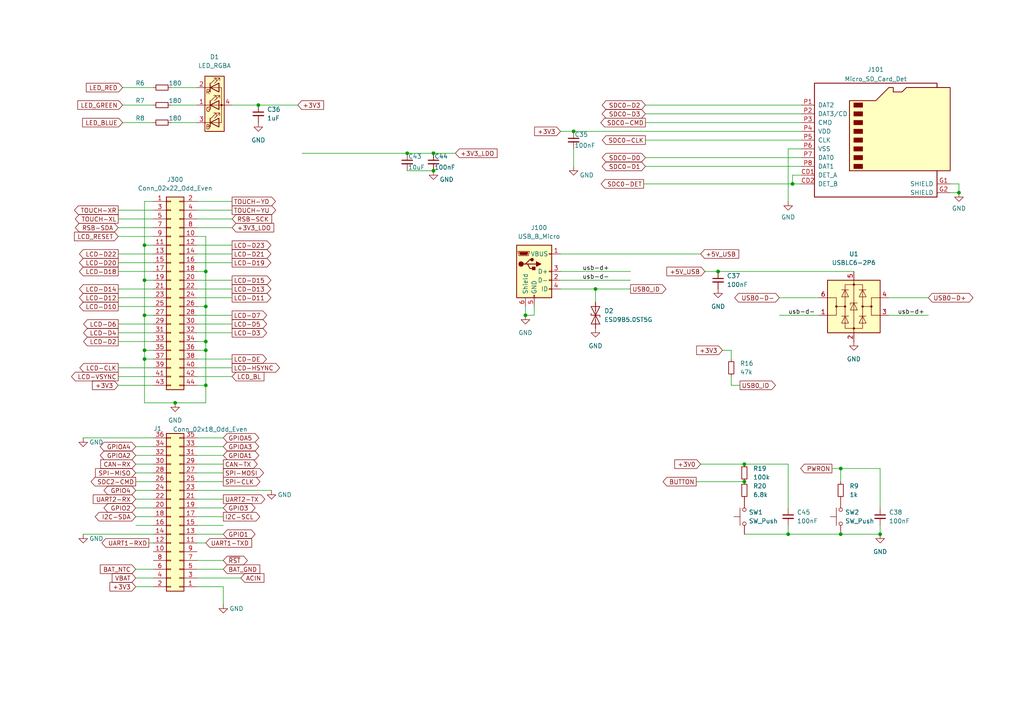
<source format=kicad_sch>
(kicad_sch (version 20230121) (generator eeschema)
  (paper "A4")
  (lib_symbols
    (symbol "Connector:USB_B_Micro" (pin_names (offset 1.016))
      (property "Reference" "J" (at -5.08 11.43 0))
      (property "Value" "USB_B_Micro" (at -5.08 8.89 0))
      (symbol "USB_B_Micro_0_1"
        (rectangle (start -5.08 -7.62) (end 5.08 7.62) (stroke (width 0.254)) (fill (type background)))
        (circle (center -3.81 2.159) (radius 0.635) (stroke (width 0.254)) (fill (type outline)))
        (circle (center -0.635 3.429) (radius 0.381) (stroke (width 0.254)) (fill (type outline)))
        (rectangle (start -0.127 -7.62) (end 0.127 -6.858))
        (polyline (pts (xy -1.905 2.159) (xy 0.635 2.159)) (stroke (width 0.254)))
        (polyline (pts (xy -3.175 2.159) (xy -2.54 2.159) (xy -1.27 3.429) (xy -0.635 3.429)) (stroke (width 0.254)))
        (polyline (pts (xy -2.54 2.159) (xy -1.905 2.159) (xy -1.27 0.889) (xy 0 0.889)) (stroke (width 0.254)))
        (polyline (pts (xy 0.635 2.794) (xy 0.635 1.524) (xy 1.905 2.159) (xy 0.635 2.794)) (stroke (width 0.254)) (fill (type outline)))
        (polyline (pts (xy -4.318 5.588) (xy -1.778 5.588) (xy -2.032 4.826) (xy -4.064 4.826) (xy -4.318 5.588)) (fill (type outline)))
        (polyline (pts (xy -4.699 5.842) (xy -4.699 5.588) (xy -4.445 4.826) (xy -4.445 4.572) (xy -1.651 4.572) (xy -1.651 4.826) (xy -1.397 5.588) (xy -1.397 5.842) (xy -4.699 5.842)))
        (rectangle (start 0.254 1.27) (end -0.508 0.508) (stroke (width 0.254)) (fill (type outline)))
        (rectangle (start 5.08 -5.207) (end 4.318 -4.953))
        (rectangle (start 5.08 -2.667) (end 4.318 -2.413))
        (rectangle (start 5.08 -0.127) (end 4.318 0.127))
        (rectangle (start 5.08 4.953) (end 4.318 5.207))
      )
      (symbol "USB_B_Micro_1_1"
        (pin power_out line (at 7.62 5.08 180) (length 2.54) (name "VBUS") (number "1"))
        (pin bidirectional line (at 7.62 -2.54 180) (length 2.54) (name "D-") (number "2"))
        (pin bidirectional line (at 7.62 0 180) (length 2.54) (name "D+") (number "3"))
        (pin passive line (at 7.62 -5.08 180) (length 2.54) (name "ID") (number "4"))
        (pin power_out line (at 0 -10.16 90) (length 2.54) (name "GND") (number "5"))
        (pin passive line (at -2.54 -10.16 90) (length 2.54) (name "Shield") (number "6"))
      )
    )
    (symbol "Connector_Generic:Conn_02x18_Odd_Even" (pin_names (offset 1.016) hide)
      (property "Reference" "J" (at 1.27 22.86 0))
      (property "Value" "Conn_02x18_Odd_Even" (at 1.27 -25.4 0))
      (symbol "Conn_02x18_Odd_Even_1_1"
        (rectangle (start -1.27 -22.733) (end 0 -22.987) (stroke (width 0.1524)))
        (rectangle (start -1.27 -20.193) (end 0 -20.447) (stroke (width 0.1524)))
        (rectangle (start -1.27 -17.653) (end 0 -17.907) (stroke (width 0.1524)))
        (rectangle (start -1.27 -15.113) (end 0 -15.367) (stroke (width 0.1524)))
        (rectangle (start -1.27 -12.573) (end 0 -12.827) (stroke (width 0.1524)))
        (rectangle (start -1.27 -10.033) (end 0 -10.287) (stroke (width 0.1524)))
        (rectangle (start -1.27 -7.493) (end 0 -7.747) (stroke (width 0.1524)))
        (rectangle (start -1.27 -4.953) (end 0 -5.207) (stroke (width 0.1524)))
        (rectangle (start -1.27 -2.413) (end 0 -2.667) (stroke (width 0.1524)))
        (rectangle (start -1.27 0.127) (end 0 -0.127) (stroke (width 0.1524)))
        (rectangle (start -1.27 2.667) (end 0 2.413) (stroke (width 0.1524)))
        (rectangle (start -1.27 5.207) (end 0 4.953) (stroke (width 0.1524)))
        (rectangle (start -1.27 7.747) (end 0 7.493) (stroke (width 0.1524)))
        (rectangle (start -1.27 10.287) (end 0 10.033) (stroke (width 0.1524)))
        (rectangle (start -1.27 12.827) (end 0 12.573) (stroke (width 0.1524)))
        (rectangle (start -1.27 15.367) (end 0 15.113) (stroke (width 0.1524)))
        (rectangle (start -1.27 17.907) (end 0 17.653) (stroke (width 0.1524)))
        (rectangle (start -1.27 20.447) (end 0 20.193) (stroke (width 0.1524)))
        (rectangle (start -1.27 21.59) (end 3.81 -24.13) (stroke (width 0.254)) (fill (type background)))
        (rectangle (start 3.81 -22.733) (end 2.54 -22.987) (stroke (width 0.1524)))
        (rectangle (start 3.81 -20.193) (end 2.54 -20.447) (stroke (width 0.1524)))
        (rectangle (start 3.81 -17.653) (end 2.54 -17.907) (stroke (width 0.1524)))
        (rectangle (start 3.81 -15.113) (end 2.54 -15.367) (stroke (width 0.1524)))
        (rectangle (start 3.81 -12.573) (end 2.54 -12.827) (stroke (width 0.1524)))
        (rectangle (start 3.81 -10.033) (end 2.54 -10.287) (stroke (width 0.1524)))
        (rectangle (start 3.81 -7.493) (end 2.54 -7.747) (stroke (width 0.1524)))
        (rectangle (start 3.81 -4.953) (end 2.54 -5.207) (stroke (width 0.1524)))
        (rectangle (start 3.81 -2.413) (end 2.54 -2.667) (stroke (width 0.1524)))
        (rectangle (start 3.81 0.127) (end 2.54 -0.127) (stroke (width 0.1524)))
        (rectangle (start 3.81 2.667) (end 2.54 2.413) (stroke (width 0.1524)))
        (rectangle (start 3.81 5.207) (end 2.54 4.953) (stroke (width 0.1524)))
        (rectangle (start 3.81 7.747) (end 2.54 7.493) (stroke (width 0.1524)))
        (rectangle (start 3.81 10.287) (end 2.54 10.033) (stroke (width 0.1524)))
        (rectangle (start 3.81 12.827) (end 2.54 12.573) (stroke (width 0.1524)))
        (rectangle (start 3.81 15.367) (end 2.54 15.113) (stroke (width 0.1524)))
        (rectangle (start 3.81 17.907) (end 2.54 17.653) (stroke (width 0.1524)))
        (rectangle (start 3.81 20.447) (end 2.54 20.193) (stroke (width 0.1524)))
        (pin passive line (at -5.08 20.32 0) (length 3.81) (name "Pin_1") (number "1"))
        (pin passive line (at 7.62 10.16 180) (length 3.81) (name "Pin_10") (number "10"))
        (pin passive line (at -5.08 7.62 0) (length 3.81) (name "Pin_11") (number "11"))
        (pin passive line (at 7.62 7.62 180) (length 3.81) (name "Pin_12") (number "12"))
        (pin passive line (at -5.08 5.08 0) (length 3.81) (name "Pin_13") (number "13"))
        (pin passive line (at 7.62 5.08 180) (length 3.81) (name "Pin_14") (number "14"))
        (pin passive line (at -5.08 2.54 0) (length 3.81) (name "Pin_15") (number "15"))
        (pin passive line (at 7.62 2.54 180) (length 3.81) (name "Pin_16") (number "16"))
        (pin passive line (at -5.08 0 0) (length 3.81) (name "Pin_17") (number "17"))
        (pin passive line (at 7.62 0 180) (length 3.81) (name "Pin_18") (number "18"))
        (pin passive line (at -5.08 -2.54 0) (length 3.81) (name "Pin_19") (number "19"))
        (pin passive line (at 7.62 20.32 180) (length 3.81) (name "Pin_2") (number "2"))
        (pin passive line (at 7.62 -2.54 180) (length 3.81) (name "Pin_20") (number "20"))
        (pin passive line (at -5.08 -5.08 0) (length 3.81) (name "Pin_21") (number "21"))
        (pin passive line (at 7.62 -5.08 180) (length 3.81) (name "Pin_22") (number "22"))
        (pin passive line (at -5.08 -7.62 0) (length 3.81) (name "Pin_23") (number "23"))
        (pin passive line (at 7.62 -7.62 180) (length 3.81) (name "Pin_24") (number "24"))
        (pin passive line (at -5.08 -10.16 0) (length 3.81) (name "Pin_25") (number "25"))
        (pin passive line (at 7.62 -10.16 180) (length 3.81) (name "Pin_26") (number "26"))
        (pin passive line (at -5.08 -12.7 0) (length 3.81) (name "Pin_27") (number "27"))
        (pin passive line (at 7.62 -12.7 180) (length 3.81) (name "Pin_28") (number "28"))
        (pin passive line (at -5.08 -15.24 0) (length 3.81) (name "Pin_29") (number "29"))
        (pin passive line (at -5.08 17.78 0) (length 3.81) (name "Pin_3") (number "3"))
        (pin passive line (at 7.62 -15.24 180) (length 3.81) (name "Pin_30") (number "30"))
        (pin passive line (at -5.08 -17.78 0) (length 3.81) (name "Pin_31") (number "31"))
        (pin passive line (at 7.62 -17.78 180) (length 3.81) (name "Pin_32") (number "32"))
        (pin passive line (at -5.08 -20.32 0) (length 3.81) (name "Pin_33") (number "33"))
        (pin passive line (at 7.62 -20.32 180) (length 3.81) (name "Pin_34") (number "34"))
        (pin passive line (at -5.08 -22.86 0) (length 3.81) (name "Pin_35") (number "35"))
        (pin passive line (at 7.62 -22.86 180) (length 3.81) (name "Pin_36") (number "36"))
        (pin passive line (at 7.62 17.78 180) (length 3.81) (name "Pin_4") (number "4"))
        (pin passive line (at -5.08 15.24 0) (length 3.81) (name "Pin_5") (number "5"))
        (pin passive line (at 7.62 15.24 180) (length 3.81) (name "Pin_6") (number "6"))
        (pin passive line (at -5.08 12.7 0) (length 3.81) (name "Pin_7") (number "7"))
        (pin passive line (at 7.62 12.7 180) (length 3.81) (name "Pin_8") (number "8"))
        (pin passive line (at -5.08 10.16 0) (length 3.81) (name "Pin_9") (number "9"))
      )
    )
    (symbol "Connector_Generic:Conn_02x22_Odd_Even" (pin_names (offset 1.016) hide)
      (property "Reference" "J" (at 1.27 27.94 0))
      (property "Value" "Conn_02x22_Odd_Even" (at 1.27 -30.48 0))
      (symbol "Conn_02x22_Odd_Even_1_1"
        (rectangle (start -1.27 -27.813) (end 0 -28.067) (stroke (width 0.1524)))
        (rectangle (start -1.27 -25.273) (end 0 -25.527) (stroke (width 0.1524)))
        (rectangle (start -1.27 -22.733) (end 0 -22.987) (stroke (width 0.1524)))
        (rectangle (start -1.27 -20.193) (end 0 -20.447) (stroke (width 0.1524)))
        (rectangle (start -1.27 -17.653) (end 0 -17.907) (stroke (width 0.1524)))
        (rectangle (start -1.27 -15.113) (end 0 -15.367) (stroke (width 0.1524)))
        (rectangle (start -1.27 -12.573) (end 0 -12.827) (stroke (width 0.1524)))
        (rectangle (start -1.27 -10.033) (end 0 -10.287) (stroke (width 0.1524)))
        (rectangle (start -1.27 -7.493) (end 0 -7.747) (stroke (width 0.1524)))
        (rectangle (start -1.27 -4.953) (end 0 -5.207) (stroke (width 0.1524)))
        (rectangle (start -1.27 -2.413) (end 0 -2.667) (stroke (width 0.1524)))
        (rectangle (start -1.27 0.127) (end 0 -0.127) (stroke (width 0.1524)))
        (rectangle (start -1.27 2.667) (end 0 2.413) (stroke (width 0.1524)))
        (rectangle (start -1.27 5.207) (end 0 4.953) (stroke (width 0.1524)))
        (rectangle (start -1.27 7.747) (end 0 7.493) (stroke (width 0.1524)))
        (rectangle (start -1.27 10.287) (end 0 10.033) (stroke (width 0.1524)))
        (rectangle (start -1.27 12.827) (end 0 12.573) (stroke (width 0.1524)))
        (rectangle (start -1.27 15.367) (end 0 15.113) (stroke (width 0.1524)))
        (rectangle (start -1.27 17.907) (end 0 17.653) (stroke (width 0.1524)))
        (rectangle (start -1.27 20.447) (end 0 20.193) (stroke (width 0.1524)))
        (rectangle (start -1.27 22.987) (end 0 22.733) (stroke (width 0.1524)))
        (rectangle (start -1.27 25.527) (end 0 25.273) (stroke (width 0.1524)))
        (rectangle (start -1.27 26.67) (end 3.81 -29.21) (stroke (width 0.254)) (fill (type background)))
        (rectangle (start 3.81 -27.813) (end 2.54 -28.067) (stroke (width 0.1524)))
        (rectangle (start 3.81 -25.273) (end 2.54 -25.527) (stroke (width 0.1524)))
        (rectangle (start 3.81 -22.733) (end 2.54 -22.987) (stroke (width 0.1524)))
        (rectangle (start 3.81 -20.193) (end 2.54 -20.447) (stroke (width 0.1524)))
        (rectangle (start 3.81 -17.653) (end 2.54 -17.907) (stroke (width 0.1524)))
        (rectangle (start 3.81 -15.113) (end 2.54 -15.367) (stroke (width 0.1524)))
        (rectangle (start 3.81 -12.573) (end 2.54 -12.827) (stroke (width 0.1524)))
        (rectangle (start 3.81 -10.033) (end 2.54 -10.287) (stroke (width 0.1524)))
        (rectangle (start 3.81 -7.493) (end 2.54 -7.747) (stroke (width 0.1524)))
        (rectangle (start 3.81 -4.953) (end 2.54 -5.207) (stroke (width 0.1524)))
        (rectangle (start 3.81 -2.413) (end 2.54 -2.667) (stroke (width 0.1524)))
        (rectangle (start 3.81 0.127) (end 2.54 -0.127) (stroke (width 0.1524)))
        (rectangle (start 3.81 2.667) (end 2.54 2.413) (stroke (width 0.1524)))
        (rectangle (start 3.81 5.207) (end 2.54 4.953) (stroke (width 0.1524)))
        (rectangle (start 3.81 7.747) (end 2.54 7.493) (stroke (width 0.1524)))
        (rectangle (start 3.81 10.287) (end 2.54 10.033) (stroke (width 0.1524)))
        (rectangle (start 3.81 12.827) (end 2.54 12.573) (stroke (width 0.1524)))
        (rectangle (start 3.81 15.367) (end 2.54 15.113) (stroke (width 0.1524)))
        (rectangle (start 3.81 17.907) (end 2.54 17.653) (stroke (width 0.1524)))
        (rectangle (start 3.81 20.447) (end 2.54 20.193) (stroke (width 0.1524)))
        (rectangle (start 3.81 22.987) (end 2.54 22.733) (stroke (width 0.1524)))
        (rectangle (start 3.81 25.527) (end 2.54 25.273) (stroke (width 0.1524)))
        (pin passive line (at -5.08 25.4 0) (length 3.81) (name "Pin_1") (number "1"))
        (pin passive line (at 7.62 15.24 180) (length 3.81) (name "Pin_10") (number "10"))
        (pin passive line (at -5.08 12.7 0) (length 3.81) (name "Pin_11") (number "11"))
        (pin passive line (at 7.62 12.7 180) (length 3.81) (name "Pin_12") (number "12"))
        (pin passive line (at -5.08 10.16 0) (length 3.81) (name "Pin_13") (number "13"))
        (pin passive line (at 7.62 10.16 180) (length 3.81) (name "Pin_14") (number "14"))
        (pin passive line (at -5.08 7.62 0) (length 3.81) (name "Pin_15") (number "15"))
        (pin passive line (at 7.62 7.62 180) (length 3.81) (name "Pin_16") (number "16"))
        (pin passive line (at -5.08 5.08 0) (length 3.81) (name "Pin_17") (number "17"))
        (pin passive line (at 7.62 5.08 180) (length 3.81) (name "Pin_18") (number "18"))
        (pin passive line (at -5.08 2.54 0) (length 3.81) (name "Pin_19") (number "19"))
        (pin passive line (at 7.62 25.4 180) (length 3.81) (name "Pin_2") (number "2"))
        (pin passive line (at 7.62 2.54 180) (length 3.81) (name "Pin_20") (number "20"))
        (pin passive line (at -5.08 0 0) (length 3.81) (name "Pin_21") (number "21"))
        (pin passive line (at 7.62 0 180) (length 3.81) (name "Pin_22") (number "22"))
        (pin passive line (at -5.08 -2.54 0) (length 3.81) (name "Pin_23") (number "23"))
        (pin passive line (at 7.62 -2.54 180) (length 3.81) (name "Pin_24") (number "24"))
        (pin passive line (at -5.08 -5.08 0) (length 3.81) (name "Pin_25") (number "25"))
        (pin passive line (at 7.62 -5.08 180) (length 3.81) (name "Pin_26") (number "26"))
        (pin passive line (at -5.08 -7.62 0) (length 3.81) (name "Pin_27") (number "27"))
        (pin passive line (at 7.62 -7.62 180) (length 3.81) (name "Pin_28") (number "28"))
        (pin passive line (at -5.08 -10.16 0) (length 3.81) (name "Pin_29") (number "29"))
        (pin passive line (at -5.08 22.86 0) (length 3.81) (name "Pin_3") (number "3"))
        (pin passive line (at 7.62 -10.16 180) (length 3.81) (name "Pin_30") (number "30"))
        (pin passive line (at -5.08 -12.7 0) (length 3.81) (name "Pin_31") (number "31"))
        (pin passive line (at 7.62 -12.7 180) (length 3.81) (name "Pin_32") (number "32"))
        (pin passive line (at -5.08 -15.24 0) (length 3.81) (name "Pin_33") (number "33"))
        (pin passive line (at 7.62 -15.24 180) (length 3.81) (name "Pin_34") (number "34"))
        (pin passive line (at -5.08 -17.78 0) (length 3.81) (name "Pin_35") (number "35"))
        (pin passive line (at 7.62 -17.78 180) (length 3.81) (name "Pin_36") (number "36"))
        (pin passive line (at -5.08 -20.32 0) (length 3.81) (name "Pin_37") (number "37"))
        (pin passive line (at 7.62 -20.32 180) (length 3.81) (name "Pin_38") (number "38"))
        (pin passive line (at -5.08 -22.86 0) (length 3.81) (name "Pin_39") (number "39"))
        (pin passive line (at 7.62 22.86 180) (length 3.81) (name "Pin_4") (number "4"))
        (pin passive line (at 7.62 -22.86 180) (length 3.81) (name "Pin_40") (number "40"))
        (pin passive line (at -5.08 -25.4 0) (length 3.81) (name "Pin_41") (number "41"))
        (pin passive line (at 7.62 -25.4 180) (length 3.81) (name "Pin_42") (number "42"))
        (pin passive line (at -5.08 -27.94 0) (length 3.81) (name "Pin_43") (number "43"))
        (pin passive line (at 7.62 -27.94 180) (length 3.81) (name "Pin_44") (number "44"))
        (pin passive line (at -5.08 20.32 0) (length 3.81) (name "Pin_5") (number "5"))
        (pin passive line (at 7.62 20.32 180) (length 3.81) (name "Pin_6") (number "6"))
        (pin passive line (at -5.08 17.78 0) (length 3.81) (name "Pin_7") (number "7"))
        (pin passive line (at 7.62 17.78 180) (length 3.81) (name "Pin_8") (number "8"))
        (pin passive line (at -5.08 15.24 0) (length 3.81) (name "Pin_9") (number "9"))
      )
    )
    (symbol "Device:C_Small" (pin_numbers hide) (pin_names (offset 0.254) hide)
      (property "Reference" "C" (at 0.254 1.778 0))
      (property "Value" "C_Small" (at 0.254 -2.032 0))
      (symbol "C_Small_0_1"
        (polyline (pts (xy -1.524 -0.508) (xy 1.524 -0.508)) (stroke (width 0.3302)))
        (polyline (pts (xy -1.524 0.508) (xy 1.524 0.508)) (stroke (width 0.3048)))
      )
      (symbol "C_Small_1_1"
        (pin passive line (at 0 2.54 270) (length 2.032) (name "~") (number "1"))
        (pin passive line (at 0 -2.54 90) (length 2.032) (name "~") (number "2"))
      )
    )
    (symbol "Device:LED_GRBA" (pin_names (offset 0) hide)
      (property "Reference" "D" (at 0 9.398 0))
      (property "Value" "LED_GRBA" (at 0 -8.89 0))
      (symbol "LED_GRBA_0_0"
        (text "B" (at -1.905 -6.35 0) (effects (font (size 1.27 1.27))))
        (text "G" (at -1.905 -1.27 0) (effects (font (size 1.27 1.27))))
        (text "R" (at -1.905 3.81 0) (effects (font (size 1.27 1.27))))
      )
      (symbol "LED_GRBA_0_1"
        (polyline (pts (xy -1.27 -5.08) (xy -2.54 -5.08)))
        (polyline (pts (xy -1.27 -5.08) (xy 1.27 -5.08)))
        (polyline (pts (xy -1.27 -3.81) (xy -1.27 -6.35)) (stroke (width 0.254)))
        (polyline (pts (xy -1.27 0) (xy -2.54 0)))
        (polyline (pts (xy -1.27 1.27) (xy -1.27 -1.27)) (stroke (width 0.254)))
        (polyline (pts (xy -1.27 5.08) (xy -2.54 5.08)))
        (polyline (pts (xy -1.27 5.08) (xy 1.27 5.08)))
        (polyline (pts (xy -1.27 6.35) (xy -1.27 3.81)) (stroke (width 0.254)))
        (polyline (pts (xy 1.27 0) (xy -1.27 0)))
        (polyline (pts (xy 1.27 0) (xy 2.54 0)))
        (polyline (pts (xy -1.27 1.27) (xy -1.27 -1.27) (xy -1.27 -1.27)))
        (polyline (pts (xy -1.27 6.35) (xy -1.27 3.81) (xy -1.27 3.81)))
        (polyline (pts (xy 1.27 -5.08) (xy 2.032 -5.08) (xy 2.032 5.08) (xy 1.27 5.08)))
        (polyline (pts (xy 1.27 -3.81) (xy 1.27 -6.35) (xy -1.27 -5.08) (xy 1.27 -3.81)) (stroke (width 0.254)))
        (polyline (pts (xy 1.27 1.27) (xy 1.27 -1.27) (xy -1.27 0) (xy 1.27 1.27)) (stroke (width 0.254)))
        (polyline (pts (xy 1.27 6.35) (xy 1.27 3.81) (xy -1.27 5.08) (xy 1.27 6.35)) (stroke (width 0.254)))
        (polyline (pts (xy -1.016 -3.81) (xy 0.508 -2.286) (xy -0.254 -2.286) (xy 0.508 -2.286) (xy 0.508 -3.048)))
        (polyline (pts (xy -1.016 1.27) (xy 0.508 2.794) (xy -0.254 2.794) (xy 0.508 2.794) (xy 0.508 2.032)))
        (polyline (pts (xy -1.016 6.35) (xy 0.508 7.874) (xy -0.254 7.874) (xy 0.508 7.874) (xy 0.508 7.112)))
        (polyline (pts (xy 0 -3.81) (xy 1.524 -2.286) (xy 0.762 -2.286) (xy 1.524 -2.286) (xy 1.524 -3.048)))
        (polyline (pts (xy 0 1.27) (xy 1.524 2.794) (xy 0.762 2.794) (xy 1.524 2.794) (xy 1.524 2.032)))
        (polyline (pts (xy 0 6.35) (xy 1.524 7.874) (xy 0.762 7.874) (xy 1.524 7.874) (xy 1.524 7.112)))
        (rectangle (start 1.27 -1.27) (end 1.27 1.27))
        (rectangle (start 1.27 1.27) (end 1.27 1.27))
        (rectangle (start 1.27 3.81) (end 1.27 6.35))
        (rectangle (start 1.27 6.35) (end 1.27 6.35))
        (circle (center 2.032 0) (radius 0.254) (fill (type outline)))
        (rectangle (start 2.794 8.382) (end -2.794 -7.62) (stroke (width 0.254)) (fill (type background)))
      )
      (symbol "LED_GRBA_1_1"
        (pin passive line (at -5.08 0 0) (length 2.54) (name "GK") (number "1"))
        (pin passive line (at -5.08 5.08 0) (length 2.54) (name "RK") (number "2"))
        (pin passive line (at -5.08 -5.08 0) (length 2.54) (name "BK") (number "3"))
        (pin passive line (at 5.08 0 180) (length 2.54) (name "A") (number "4"))
      )
    )
    (symbol "Device:R_Small" (pin_numbers hide) (pin_names (offset 0.254) hide)
      (property "Reference" "R" (at 0.762 0.508 0))
      (property "Value" "R_Small" (at 0.762 -1.016 0))
      (symbol "R_Small_0_1"
        (rectangle (start -0.762 1.778) (end 0.762 -1.778) (stroke (width 0.2032)))
      )
      (symbol "R_Small_1_1"
        (pin passive line (at 0 2.54 270) (length 0.762) (name "~") (number "1"))
        (pin passive line (at 0 -2.54 90) (length 0.762) (name "~") (number "2"))
      )
    )
    (symbol "Diode:ESD9B5.0ST5G" (pin_numbers hide) (pin_names (offset 1.016) hide)
      (property "Reference" "D" (at 0 2.54 0))
      (property "Value" "ESD9B5.0ST5G" (at 0 -2.54 0))
      (symbol "ESD9B5.0ST5G_0_1"
        (polyline (pts (xy 1.27 0) (xy -1.27 0)))
        (polyline (pts (xy -2.54 -1.27) (xy 0 0) (xy -2.54 1.27) (xy -2.54 -1.27)) (stroke (width 0.2032)))
        (polyline (pts (xy 0.508 1.27) (xy 0 1.27) (xy 0 -1.27) (xy -0.508 -1.27)) (stroke (width 0.2032)))
        (polyline (pts (xy 2.54 1.27) (xy 2.54 -1.27) (xy 0 0) (xy 2.54 1.27)) (stroke (width 0.2032)))
      )
      (symbol "ESD9B5.0ST5G_1_1"
        (pin passive line (at -3.81 0 0) (length 2.54) (name "A1") (number "1"))
        (pin passive line (at 3.81 0 180) (length 2.54) (name "A2") (number "2"))
      )
    )
    (symbol "Power_Protection:USBLC6-2P6" (pin_names hide)
      (property "Reference" "U" (at 2.54 8.89 0))
      (property "Value" "USBLC6-2P6" (at 2.54 -8.89 0))
      (symbol "USBLC6-2P6_0_1"
        (rectangle (start -7.62 -7.62) (end 7.62 7.62) (stroke (width 0.254)) (fill (type background)))
        (circle (center -5.08 0) (radius 0.254) (fill (type outline)))
        (circle (center -2.54 0) (radius 0.254) (fill (type outline)))
        (rectangle (start -2.54 6.35) (end 2.54 -6.35))
        (circle (center 0 -6.35) (radius 0.254) (fill (type outline)))
        (polyline (pts (xy -5.08 -2.54) (xy -7.62 -2.54)))
        (polyline (pts (xy -5.08 0) (xy -5.08 -2.54)))
        (polyline (pts (xy -5.08 2.54) (xy -7.62 2.54)))
        (polyline (pts (xy -1.524 -2.794) (xy -3.556 -2.794)))
        (polyline (pts (xy -1.524 4.826) (xy -3.556 4.826)))
        (polyline (pts (xy 0 -7.62) (xy 0 -6.35)))
        (polyline (pts (xy 0 -6.35) (xy 0 1.27)))
        (polyline (pts (xy 0 1.27) (xy 0 6.35)))
        (polyline (pts (xy 0 6.35) (xy 0 7.62)))
        (polyline (pts (xy 1.524 -2.794) (xy 3.556 -2.794)))
        (polyline (pts (xy 1.524 4.826) (xy 3.556 4.826)))
        (polyline (pts (xy 5.08 -2.54) (xy 7.62 -2.54)))
        (polyline (pts (xy 5.08 0) (xy 5.08 -2.54)))
        (polyline (pts (xy 5.08 2.54) (xy 7.62 2.54)))
        (polyline (pts (xy -2.54 0) (xy -5.08 0) (xy -5.08 2.54)))
        (polyline (pts (xy 2.54 0) (xy 5.08 0) (xy 5.08 2.54)))
        (polyline (pts (xy -3.556 -4.826) (xy -1.524 -4.826) (xy -2.54 -2.794) (xy -3.556 -4.826)))
        (polyline (pts (xy -3.556 2.794) (xy -1.524 2.794) (xy -2.54 4.826) (xy -3.556 2.794)))
        (polyline (pts (xy -1.016 -1.016) (xy 1.016 -1.016) (xy 0 1.016) (xy -1.016 -1.016)))
        (polyline (pts (xy 1.016 1.016) (xy 0.762 1.016) (xy -1.016 1.016) (xy -1.016 0.508)))
        (polyline (pts (xy 3.556 -4.826) (xy 1.524 -4.826) (xy 2.54 -2.794) (xy 3.556 -4.826)))
        (polyline (pts (xy 3.556 2.794) (xy 1.524 2.794) (xy 2.54 4.826) (xy 3.556 2.794)))
        (circle (center 0 6.35) (radius 0.254) (fill (type outline)))
        (circle (center 2.54 0) (radius 0.254) (fill (type outline)))
        (circle (center 5.08 0) (radius 0.254) (fill (type outline)))
      )
      (symbol "USBLC6-2P6_1_1"
        (pin passive line (at -10.16 -2.54 0) (length 2.54) (name "I/O1") (number "1"))
        (pin passive line (at 0 -10.16 90) (length 2.54) (name "GND") (number "2"))
        (pin passive line (at 10.16 -2.54 180) (length 2.54) (name "I/O2") (number "3"))
        (pin passive line (at 10.16 2.54 180) (length 2.54) (name "I/O2") (number "4"))
        (pin passive line (at 0 10.16 270) (length 2.54) (name "VBUS") (number "5"))
        (pin passive line (at -10.16 2.54 0) (length 2.54) (name "I/O1") (number "6"))
      )
    )
    (symbol "Switch:SW_Push" (pin_numbers hide) (pin_names (offset 1.016) hide)
      (property "Reference" "SW" (at 1.27 2.54 0))
      (property "Value" "SW_Push" (at 0 -1.524 0))
      (symbol "SW_Push_0_1"
        (circle (center -2.032 0) (radius 0.508))
        (polyline (pts (xy 0 1.27) (xy 0 3.048)))
        (polyline (pts (xy 2.54 1.27) (xy -2.54 1.27)))
        (circle (center 2.032 0) (radius 0.508))
        (pin passive line (at -5.08 0 0) (length 2.54) (name "1") (number "1"))
        (pin passive line (at 5.08 0 180) (length 2.54) (name "2") (number "2"))
      )
    )
    (symbol "gct:Micro_SD_Card_Det" (pin_names (offset 1.016))
      (property "Reference" "J" (at -16.51 17.78 0))
      (property "Value" "Micro_SD_Card_Det" (at 16.51 17.78 0))
      (symbol "Micro_SD_Card_Det_0_1"
        (rectangle (start -7.62 -6.985) (end -5.08 -8.255) (fill (type outline)))
        (rectangle (start -7.62 -4.445) (end -5.08 -5.715) (fill (type outline)))
        (rectangle (start -7.62 -1.905) (end -5.08 -3.175) (fill (type outline)))
        (rectangle (start -7.62 0.635) (end -5.08 -0.635) (fill (type outline)))
        (rectangle (start -7.62 3.175) (end -5.08 1.905) (fill (type outline)))
        (rectangle (start -7.62 5.715) (end -5.08 4.445) (fill (type outline)))
        (rectangle (start -7.62 8.255) (end -5.08 6.985) (fill (type outline)))
        (rectangle (start -7.62 10.795) (end -5.08 9.525) (fill (type outline)))
        (polyline (pts (xy 16.51 15.24) (xy 16.51 16.51) (xy -19.05 16.51) (xy -19.05 -16.51) (xy 16.51 -16.51) (xy 16.51 -8.89)) (stroke (width 0.254)))
        (polyline (pts (xy -8.89 -8.89) (xy -8.89 11.43) (xy -1.27 11.43) (xy 2.54 15.24) (xy 3.81 15.24) (xy 3.81 13.97) (xy 6.35 13.97) (xy 7.62 15.24) (xy 20.32 15.24) (xy 20.32 -8.89) (xy -8.89 -8.89)) (stroke (width 0.254)) (fill (type background)))
      )
      (symbol "Micro_SD_Card_Det_1_1"
        (pin passive line (at -22.86 -10.16 0) (length 3.81) (name "DET_A") (number "CD1"))
        (pin passive line (at -22.86 -12.7 0) (length 3.81) (name "DET_B") (number "CD2"))
        (pin passive line (at 20.32 -12.7 180) (length 3.81) (name "SHIELD") (number "G1"))
        (pin passive line (at 20.32 -15.24 180) (length 3.81) (name "SHIELD") (number "G2"))
        (pin bidirectional line (at -22.86 10.16 0) (length 3.81) (name "DAT2") (number "P1"))
        (pin bidirectional line (at -22.86 7.62 0) (length 3.81) (name "DAT3/CD") (number "P2"))
        (pin input line (at -22.86 5.08 0) (length 3.81) (name "CMD") (number "P3"))
        (pin power_in line (at -22.86 2.54 0) (length 3.81) (name "VDD") (number "P4"))
        (pin input line (at -22.86 0 0) (length 3.81) (name "CLK") (number "P5"))
        (pin power_in line (at -22.86 -2.54 0) (length 3.81) (name "VSS") (number "P6"))
        (pin bidirectional line (at -22.86 -5.08 0) (length 3.81) (name "DAT0") (number "P7"))
        (pin bidirectional line (at -22.86 -7.62 0) (length 3.81) (name "DAT1") (number "P8"))
      )
    )
    (symbol "power:GND" (power) (pin_names (offset 0))
      (property "Value" "GND" (at 0 -3.81 0))
      (symbol "GND_0_1"
        (polyline (pts (xy 0 0) (xy 0 -1.27) (xy 1.27 -1.27) (xy 0 -2.54) (xy -1.27 -1.27) (xy 0 -1.27)))
      )
      (symbol "GND_1_1"
        (pin power_in line (at 0 0 270) (length 0) hide (name "GND") (number "1"))
      )
    )
  )
  (junction (at 215.9 139.7))
  (junction (at 125.73 49.53))
  (junction (at 243.84 154.94))
  (junction (at 59.69 88.9))
  (junction (at 118.11 44.45))
  (junction (at 59.69 111.76))
  (junction (at 172.72 83.82))
  (junction (at 41.91 71.12))
  (junction (at 59.69 78.74))
  (junction (at 229.87 53.34) (diameter 0.9144))
  (junction (at 59.69 101.6))
  (junction (at 243.84 135.89))
  (junction (at 228.6 154.94))
  (junction (at 125.73 44.45))
  (junction (at 41.91 101.6))
  (junction (at 215.9 134.62))
  (junction (at 41.91 104.14))
  (junction (at 255.27 154.94))
  (junction (at 166.37 38.1) (diameter 0.9144))
  (junction (at 41.91 91.44))
  (junction (at 59.69 99.06))
  (junction (at 278.13 55.88) (diameter 0.9144))
  (junction (at 208.28 78.74))
  (junction (at 50.8 116.84))
  (junction (at 152.4 91.44))
  (junction (at 74.93 30.48))
  (junction (at 41.91 81.28))
  (wire (pts (xy 212.09 104.14) (xy 212.09 101.6)))
  (wire (pts (xy 57.15 154.94) (xy 64.77 154.94)))
  (wire (pts (xy 39.37 137.16) (xy 44.45 137.16)))
  (wire (pts (xy 59.69 99.06) (xy 59.69 101.6)))
  (wire (pts (xy 67.31 30.48) (xy 74.93 30.48)))
  (wire (pts (xy 186.69 53.34) (xy 229.87 53.34)))
  (wire (pts (xy 39.37 142.24) (xy 44.45 142.24)))
  (wire (pts (xy 204.47 78.74) (xy 208.28 78.74)))
  (wire (pts (xy 39.37 144.78) (xy 44.45 144.78)))
  (wire (pts (xy 243.84 135.89) (xy 255.27 135.89)))
  (wire (pts (xy 212.09 111.76) (xy 212.09 109.22)))
  (wire (pts (xy 34.29 63.5) (xy 44.45 63.5)))
  (wire (pts (xy 166.37 38.1) (xy 232.41 38.1)))
  (wire (pts (xy 57.15 144.78) (xy 64.77 144.78)))
  (wire (pts (xy 57.15 139.7) (xy 64.77 139.7)))
  (wire (pts (xy 34.29 106.68) (xy 44.45 106.68)))
  (wire (pts (xy 41.91 81.28) (xy 41.91 91.44)))
  (wire (pts (xy 232.41 50.8) (xy 229.87 50.8)))
  (wire (pts (xy 57.15 129.54) (xy 64.77 129.54)))
  (wire (pts (xy 87.63 44.45) (xy 118.11 44.45)))
  (wire (pts (xy 34.29 96.52) (xy 44.45 96.52)))
  (wire (pts (xy 154.94 88.9) (xy 154.94 91.44)))
  (wire (pts (xy 228.6 154.94) (xy 243.84 154.94)))
  (wire (pts (xy 187.198 45.72) (xy 232.41 45.72)))
  (wire (pts (xy 41.91 116.84) (xy 50.8 116.84)))
  (wire (pts (xy 34.29 86.36) (xy 44.45 86.36)))
  (wire (pts (xy 34.29 111.76) (xy 44.45 111.76)))
  (wire (pts (xy 57.15 71.12) (xy 67.31 71.12)))
  (wire (pts (xy 166.37 48.26) (xy 166.37 43.18)))
  (wire (pts (xy 35.56 30.48) (xy 44.45 30.48)))
  (wire (pts (xy 57.15 165.1) (xy 64.77 165.1)))
  (wire (pts (xy 57.15 132.08) (xy 64.77 132.08)))
  (wire (pts (xy 41.91 71.12) (xy 44.45 71.12)))
  (wire (pts (xy 187.198 40.64) (xy 232.41 40.64)))
  (wire (pts (xy 57.15 91.44) (xy 67.31 91.44)))
  (wire (pts (xy 57.15 137.16) (xy 64.77 137.16)))
  (wire (pts (xy 39.37 165.1) (xy 44.45 165.1)))
  (wire (pts (xy 34.29 78.74) (xy 44.45 78.74)))
  (wire (pts (xy 257.81 86.36) (xy 269.24 86.36)))
  (wire (pts (xy 278.13 53.34) (xy 278.13 55.88)))
  (wire (pts (xy 162.56 73.66) (xy 203.2 73.66)))
  (wire (pts (xy 57.15 76.2) (xy 67.31 76.2)))
  (wire (pts (xy 209.55 101.6) (xy 212.09 101.6)))
  (wire (pts (xy 39.37 132.08) (xy 44.45 132.08)))
  (wire (pts (xy 187.198 48.26) (xy 232.41 48.26)))
  (wire (pts (xy 57.15 86.36) (xy 67.31 86.36)))
  (wire (pts (xy 39.37 129.54) (xy 44.45 129.54)))
  (wire (pts (xy 57.15 66.04) (xy 67.31 66.04)))
  (wire (pts (xy 215.9 154.94) (xy 228.6 154.94)))
  (wire (pts (xy 34.29 99.06) (xy 44.45 99.06)))
  (wire (pts (xy 278.13 55.88) (xy 275.59 55.88)))
  (wire (pts (xy 255.27 152.4) (xy 255.27 154.94)))
  (wire (pts (xy 229.87 50.8) (xy 229.87 53.34)))
  (wire (pts (xy 243.84 139.7) (xy 243.84 135.89)))
  (wire (pts (xy 243.84 154.94) (xy 255.27 154.94)))
  (wire (pts (xy 39.37 134.62) (xy 44.45 134.62)))
  (wire (pts (xy 41.91 81.28) (xy 44.45 81.28)))
  (wire (pts (xy 41.91 104.14) (xy 41.91 116.84)))
  (wire (pts (xy 49.53 30.48) (xy 57.15 30.48)))
  (wire (pts (xy 59.69 68.58) (xy 59.69 78.74)))
  (wire (pts (xy 57.15 83.82) (xy 67.31 83.82)))
  (wire (pts (xy 57.15 149.86) (xy 64.77 149.86)))
  (wire (pts (xy 57.15 162.56) (xy 64.77 162.56)))
  (wire (pts (xy 257.81 91.44) (xy 269.24 91.44)))
  (wire (pts (xy 57.15 81.28) (xy 67.31 81.28)))
  (wire (pts (xy 57.15 152.4) (xy 64.77 152.4)))
  (wire (pts (xy 57.15 142.24) (xy 78.74 142.24)))
  (wire (pts (xy 39.37 170.18) (xy 44.45 170.18)))
  (wire (pts (xy 57.15 63.5) (xy 67.31 63.5)))
  (wire (pts (xy 24.13 154.94) (xy 44.45 154.94)))
  (wire (pts (xy 57.15 106.68) (xy 67.31 106.68)))
  (wire (pts (xy 74.93 30.48) (xy 86.36 30.48)))
  (wire (pts (xy 59.69 78.74) (xy 59.69 88.9)))
  (wire (pts (xy 118.11 49.53) (xy 125.73 49.53)))
  (wire (pts (xy 39.37 167.64) (xy 44.45 167.64)))
  (wire (pts (xy 187.198 33.02) (xy 232.41 33.02)))
  (wire (pts (xy 43.18 157.48) (xy 44.45 157.48)))
  (wire (pts (xy 162.56 78.74) (xy 182.88 78.74)))
  (wire (pts (xy 59.69 101.6) (xy 59.69 111.76)))
  (wire (pts (xy 34.29 109.22) (xy 44.45 109.22)))
  (wire (pts (xy 59.69 111.76) (xy 59.69 116.84)))
  (wire (pts (xy 162.56 81.28) (xy 182.88 81.28)))
  (wire (pts (xy 34.29 66.04) (xy 44.45 66.04)))
  (wire (pts (xy 57.15 170.18) (xy 64.77 170.18)))
  (wire (pts (xy 57.15 167.64) (xy 69.85 167.64)))
  (wire (pts (xy 57.15 93.98) (xy 67.31 93.98)))
  (wire (pts (xy 49.53 35.56) (xy 57.15 35.56)))
  (wire (pts (xy 34.29 88.9) (xy 44.45 88.9)))
  (wire (pts (xy 57.15 78.74) (xy 59.69 78.74)))
  (wire (pts (xy 255.27 135.89) (xy 255.27 147.32)))
  (wire (pts (xy 57.15 134.62) (xy 64.77 134.62)))
  (wire (pts (xy 34.29 83.82) (xy 44.45 83.82)))
  (wire (pts (xy 41.91 101.6) (xy 41.91 104.14)))
  (wire (pts (xy 41.91 101.6) (xy 44.45 101.6)))
  (wire (pts (xy 64.77 170.18) (xy 64.77 175.26)))
  (wire (pts (xy 226.06 86.36) (xy 237.49 86.36)))
  (wire (pts (xy 24.13 127) (xy 44.45 127)))
  (wire (pts (xy 57.15 157.48) (xy 59.69 157.48)))
  (wire (pts (xy 39.37 139.7) (xy 44.45 139.7)))
  (wire (pts (xy 162.56 83.82) (xy 172.72 83.82)))
  (wire (pts (xy 57.15 147.32) (xy 64.77 147.32)))
  (wire (pts (xy 228.6 147.32) (xy 228.6 134.62)))
  (wire (pts (xy 208.28 78.74) (xy 247.65 78.74)))
  (wire (pts (xy 39.37 149.86) (xy 44.45 149.86)))
  (wire (pts (xy 44.45 58.42) (xy 41.91 58.42)))
  (wire (pts (xy 57.15 58.42) (xy 67.31 58.42)))
  (wire (pts (xy 59.69 88.9) (xy 59.69 99.06)))
  (wire (pts (xy 49.53 25.4) (xy 57.15 25.4)))
  (wire (pts (xy 241.3 135.89) (xy 243.84 135.89)))
  (wire (pts (xy 57.15 96.52) (xy 67.31 96.52)))
  (wire (pts (xy 39.37 147.32) (xy 44.45 147.32)))
  (wire (pts (xy 57.15 88.9) (xy 59.69 88.9)))
  (wire (pts (xy 226.06 91.44) (xy 237.49 91.44)))
  (wire (pts (xy 214.63 111.76) (xy 212.09 111.76)))
  (wire (pts (xy 232.41 43.18) (xy 228.6 43.18)))
  (wire (pts (xy 172.72 83.82) (xy 172.72 87.63)))
  (wire (pts (xy 34.29 76.2) (xy 44.45 76.2)))
  (wire (pts (xy 35.56 35.56) (xy 44.45 35.56)))
  (wire (pts (xy 41.91 71.12) (xy 41.91 81.28)))
  (wire (pts (xy 59.69 116.84) (xy 50.8 116.84)))
  (wire (pts (xy 41.91 91.44) (xy 44.45 91.44)))
  (wire (pts (xy 34.29 68.58) (xy 44.45 68.58)))
  (wire (pts (xy 57.15 73.66) (xy 67.31 73.66)))
  (wire (pts (xy 57.15 99.06) (xy 59.69 99.06)))
  (wire (pts (xy 152.4 88.9) (xy 152.4 91.44)))
  (wire (pts (xy 275.59 53.34) (xy 278.13 53.34)))
  (wire (pts (xy 34.29 93.98) (xy 44.45 93.98)))
  (wire (pts (xy 34.29 73.66) (xy 44.45 73.66)))
  (wire (pts (xy 228.6 43.18) (xy 228.6 58.42)))
  (wire (pts (xy 57.15 60.96) (xy 67.31 60.96)))
  (wire (pts (xy 201.93 139.7) (xy 215.9 139.7)))
  (wire (pts (xy 35.56 25.4) (xy 44.45 25.4)))
  (wire (pts (xy 228.6 134.62) (xy 215.9 134.62)))
  (wire (pts (xy 162.56 38.1) (xy 166.37 38.1)))
  (wire (pts (xy 118.11 44.45) (xy 125.73 44.45)))
  (wire (pts (xy 57.15 111.76) (xy 59.69 111.76)))
  (wire (pts (xy 57.15 127) (xy 64.77 127)))
  (wire (pts (xy 228.6 152.4) (xy 228.6 154.94)))
  (wire (pts (xy 152.4 91.44) (xy 154.94 91.44)))
  (wire (pts (xy 203.2 134.62) (xy 215.9 134.62)))
  (wire (pts (xy 229.87 53.34) (xy 232.41 53.34)))
  (wire (pts (xy 57.15 101.6) (xy 59.69 101.6)))
  (wire (pts (xy 57.15 68.58) (xy 59.69 68.58)))
  (wire (pts (xy 172.72 83.82) (xy 182.88 83.82)))
  (wire (pts (xy 187.198 30.48) (xy 232.41 30.48)))
  (wire (pts (xy 187.198 35.56) (xy 232.41 35.56)))
  (wire (pts (xy 57.15 104.14) (xy 67.31 104.14)))
  (wire (pts (xy 41.91 91.44) (xy 41.91 101.6)))
  (wire (pts (xy 41.91 104.14) (xy 44.45 104.14)))
  (wire (pts (xy 125.73 44.45) (xy 132.08 44.45)))
  (wire (pts (xy 39.37 152.4) (xy 44.45 152.4)))
  (wire (pts (xy 57.15 109.22) (xy 67.31 109.22)))
  (wire (pts (xy 34.29 60.96) (xy 44.45 60.96)))
  (wire (pts (xy 41.91 58.42) (xy 41.91 71.12)))
  (label "usb-d+" (at 168.91 78.74 0))
  (label "usb-d-" (at 168.91 81.28 0))
  (label "usb-d+" (at 260.35 91.44 0))
  (label "usb-d-" (at 228.6 91.44 0))
  (global_label "GPIO1" (shape bidirectional) (at 64.77 154.94 0) (property "Intersheetrefs" "${INTERSHEET_REFS}" (effects hide)))
  (global_label "LCD-D11" (shape output) (at 67.31 86.36 0) (property "Intersheetrefs" "${INTERSHEET_REFS}" (effects hide)))
  (global_label "CAN-TX" (shape output) (at 64.77 134.62 0) (property "Intersheetrefs" "${INTERSHEET_REFS}" (effects hide)))
  (global_label "RSB-SCK" (shape input) (at 67.31 63.5 0) (property "Intersheetrefs" "${INTERSHEET_REFS}" (effects hide)))
  (global_label "+3V3_LDO" (shape input) (at 67.31 66.04 0) (property "Intersheetrefs" "${INTERSHEET_REFS}" (effects hide)))
  (global_label "GPIOA3" (shape bidirectional) (at 64.77 129.54 0) (property "Intersheetrefs" "${INTERSHEET_REFS}" (effects hide)))
  (global_label "LCD-D3" (shape output) (at 67.31 96.52 0) (property "Intersheetrefs" "${INTERSHEET_REFS}" (effects hide)))
  (global_label "BAT_NTC" (shape input) (at 39.37 165.1 180) (property "Intersheetrefs" "${INTERSHEET_REFS}" (effects hide)))
  (global_label "+5V_USB" (shape input) (at 203.2 73.66 0) (property "Intersheetrefs" "${INTERSHEET_REFS}" (effects hide)))
  (global_label "SPI-MISO" (shape input) (at 39.37 137.16 180) (property "Intersheetrefs" "${INTERSHEET_REFS}" (effects hide)))
  (global_label "LCD-D22" (shape output) (at 34.29 73.66 180) (property "Intersheetrefs" "${INTERSHEET_REFS}" (effects hide)))
  (global_label "TOUCH-XR" (shape output) (at 34.29 60.96 180) (property "Intersheetrefs" "${INTERSHEET_REFS}" (effects hide)))
  (global_label "GPIO4" (shape bidirectional) (at 39.37 142.24 180) (property "Intersheetrefs" "${INTERSHEET_REFS}" (effects hide)))
  (global_label "LCD_RESET" (shape input) (at 34.29 68.58 180) (property "Intersheetrefs" "${INTERSHEET_REFS}" (effects hide)))
  (global_label "SDC0-DET" (shape output) (at 186.69 53.34 180) (property "Intersheetrefs" "${INTERSHEET_REFS}" (effects hide)))
  (global_label "+3V3" (shape input) (at 39.37 170.18 180) (property "Intersheetrefs" "${INTERSHEET_REFS}" (effects hide)))
  (global_label "GPIOA5" (shape bidirectional) (at 64.77 127 0) (property "Intersheetrefs" "${INTERSHEET_REFS}" (effects hide)))
  (global_label "USB0_ID" (shape output) (at 214.63 111.76 0) (property "Intersheetrefs" "${INTERSHEET_REFS}" (effects hide)))
  (global_label "I2C-SDA" (shape bidirectional) (at 39.37 149.86 180) (property "Intersheetrefs" "${INTERSHEET_REFS}" (effects hide)))
  (global_label "~{RST}" (shape bidirectional) (at 64.77 162.56 0) (property "Intersheetrefs" "${INTERSHEET_REFS}" (effects hide)))
  (global_label "USB0_ID" (shape output) (at 182.88 83.82 0) (property "Intersheetrefs" "${INTERSHEET_REFS}" (effects hide)))
  (global_label "LCD_BL" (shape input) (at 67.31 109.22 0) (property "Intersheetrefs" "${INTERSHEET_REFS}" (effects hide)))
  (global_label "+3V3_LDO" (shape input) (at 132.08 44.45 0) (property "Intersheetrefs" "${INTERSHEET_REFS}" (effects hide)))
  (global_label "LCD-D10" (shape output) (at 34.29 88.9 180) (property "Intersheetrefs" "${INTERSHEET_REFS}" (effects hide)))
  (global_label "RSB-SDA" (shape bidirectional) (at 34.29 66.04 180) (property "Intersheetrefs" "${INTERSHEET_REFS}" (effects hide)))
  (global_label "LCD-D20" (shape output) (at 34.29 76.2 180) (property "Intersheetrefs" "${INTERSHEET_REFS}" (effects hide)))
  (global_label "ACIN" (shape input) (at 69.85 167.64 0) (property "Intersheetrefs" "${INTERSHEET_REFS}" (effects hide)))
  (global_label "USB0-D-" (shape bidirectional) (at 226.06 86.36 180) (property "Intersheetrefs" "${INTERSHEET_REFS}" (effects hide)))
  (global_label "UART1-RXD" (shape output) (at 43.18 157.48 180) (property "Intersheetrefs" "${INTERSHEET_REFS}" (effects hide)))
  (global_label "LED_GREEN" (shape input) (at 35.56 30.48 180) (property "Intersheetrefs" "${INTERSHEET_REFS}" (effects hide)))
  (global_label "LCD-D18" (shape output) (at 34.29 78.74 180) (property "Intersheetrefs" "${INTERSHEET_REFS}" (effects hide)))
  (global_label "BUTTON" (shape output) (at 201.93 139.7 180) (property "Intersheetrefs" "${INTERSHEET_REFS}" (effects hide)))
  (global_label "LCD-D7" (shape output) (at 67.31 91.44 0) (property "Intersheetrefs" "${INTERSHEET_REFS}" (effects hide)))
  (global_label "SDC0-D0" (shape bidirectional) (at 187.198 45.72 180) (property "Intersheetrefs" "${INTERSHEET_REFS}" (effects hide)))
  (global_label "UART2-RX" (shape input) (at 39.37 144.78 180) (property "Intersheetrefs" "${INTERSHEET_REFS}" (effects hide)))
  (global_label "+3V0" (shape input) (at 203.2 134.62 180) (property "Intersheetrefs" "${INTERSHEET_REFS}" (effects hide)))
  (global_label "LCD-VSYNC" (shape output) (at 34.29 109.22 180) (property "Intersheetrefs" "${INTERSHEET_REFS}" (effects hide)))
  (global_label "LED_RED" (shape input) (at 35.56 25.4 180) (property "Intersheetrefs" "${INTERSHEET_REFS}" (effects hide)))
  (global_label "UART1-TXD" (shape input) (at 59.69 157.48 0) (property "Intersheetrefs" "${INTERSHEET_REFS}" (effects hide)))
  (global_label "SPI-MOSI" (shape output) (at 64.77 137.16 0) (property "Intersheetrefs" "${INTERSHEET_REFS}" (effects hide)))
  (global_label "+3V3" (shape input) (at 162.56 38.1 180) (property "Intersheetrefs" "${INTERSHEET_REFS}" (effects hide)))
  (global_label "GPIOA4" (shape bidirectional) (at 39.37 129.54 180) (property "Intersheetrefs" "${INTERSHEET_REFS}" (effects hide)))
  (global_label "USB0-D+" (shape bidirectional) (at 269.24 86.36 0) (property "Intersheetrefs" "${INTERSHEET_REFS}" (effects hide)))
  (global_label "LCD-D14" (shape output) (at 34.29 83.82 180) (property "Intersheetrefs" "${INTERSHEET_REFS}" (effects hide)))
  (global_label "PWRON" (shape output) (at 241.3 135.89 180) (property "Intersheetrefs" "${INTERSHEET_REFS}" (effects hide)))
  (global_label "LCD-D23" (shape output) (at 67.31 71.12 0) (property "Intersheetrefs" "${INTERSHEET_REFS}" (effects hide)))
  (global_label "+3V3" (shape input) (at 34.29 111.76 180) (property "Intersheetrefs" "${INTERSHEET_REFS}" (effects hide)))
  (global_label "+5V_USB" (shape input) (at 204.47 78.74 180) (property "Intersheetrefs" "${INTERSHEET_REFS}" (effects hide)))
  (global_label "LCD-D15" (shape output) (at 67.31 81.28 0) (property "Intersheetrefs" "${INTERSHEET_REFS}" (effects hide)))
  (global_label "SDC0-D3" (shape bidirectional) (at 187.198 33.02 180) (property "Intersheetrefs" "${INTERSHEET_REFS}" (effects hide)))
  (global_label "SDC2-CMD" (shape output) (at 39.37 139.7 180) (property "Intersheetrefs" "${INTERSHEET_REFS}" (effects hide)))
  (global_label "LCD-DE" (shape output) (at 67.31 104.14 0) (property "Intersheetrefs" "${INTERSHEET_REFS}" (effects hide)))
  (global_label "TOUCH-XL" (shape output) (at 34.29 63.5 180) (property "Intersheetrefs" "${INTERSHEET_REFS}" (effects hide)))
  (global_label "LCD-CLK" (shape output) (at 34.29 106.68 180) (property "Intersheetrefs" "${INTERSHEET_REFS}" (effects hide)))
  (global_label "UART2-TX" (shape output) (at 64.77 144.78 0) (property "Intersheetrefs" "${INTERSHEET_REFS}" (effects hide)))
  (global_label "GPIO3" (shape bidirectional) (at 64.77 147.32 0) (property "Intersheetrefs" "${INTERSHEET_REFS}" (effects hide)))
  (global_label "I2C-SCL" (shape output) (at 64.77 149.86 0) (property "Intersheetrefs" "${INTERSHEET_REFS}" (effects hide)))
  (global_label "LCD-D13" (shape output) (at 67.31 83.82 0) (property "Intersheetrefs" "${INTERSHEET_REFS}" (effects hide)))
  (global_label "GPIOA1" (shape bidirectional) (at 64.77 132.08 0) (property "Intersheetrefs" "${INTERSHEET_REFS}" (effects hide)))
  (global_label "SPI-CLK" (shape output) (at 64.77 139.7 0) (property "Intersheetrefs" "${INTERSHEET_REFS}" (effects hide)))
  (global_label "TOUCH-YD" (shape output) (at 67.31 58.42 0) (property "Intersheetrefs" "${INTERSHEET_REFS}" (effects hide)))
  (global_label "LCD-HSYNC" (shape output) (at 67.31 106.68 0) (property "Intersheetrefs" "${INTERSHEET_REFS}" (effects hide)))
  (global_label "LED_BLUE" (shape input) (at 35.56 35.56 180) (property "Intersheetrefs" "${INTERSHEET_REFS}" (effects hide)))
  (global_label "+3V3" (shape input) (at 209.55 101.6 180) (property "Intersheetrefs" "${INTERSHEET_REFS}" (effects hide)))
  (global_label "LCD-D4" (shape output) (at 34.29 96.52 180) (property "Intersheetrefs" "${INTERSHEET_REFS}" (effects hide)))
  (global_label "LCD-D19" (shape output) (at 67.31 76.2 0) (property "Intersheetrefs" "${INTERSHEET_REFS}" (effects hide)))
  (global_label "SDC0-D2" (shape bidirectional) (at 187.198 30.48 180) (property "Intersheetrefs" "${INTERSHEET_REFS}" (effects hide)))
  (global_label "LCD-D6" (shape output) (at 34.29 93.98 180) (property "Intersheetrefs" "${INTERSHEET_REFS}" (effects hide)))
  (global_label "LCD-D2" (shape output) (at 34.29 99.06 180) (property "Intersheetrefs" "${INTERSHEET_REFS}" (effects hide)))
  (global_label "BAT_GND" (shape input) (at 64.77 165.1 0) (property "Intersheetrefs" "${INTERSHEET_REFS}" (effects hide)))
  (global_label "GPIOA2" (shape bidirectional) (at 39.37 132.08 180) (property "Intersheetrefs" "${INTERSHEET_REFS}" (effects hide)))
  (global_label "LCD-D12" (shape output) (at 34.29 86.36 180) (property "Intersheetrefs" "${INTERSHEET_REFS}" (effects hide)))
  (global_label "SDC0-D1" (shape bidirectional) (at 187.198 48.26 180) (property "Intersheetrefs" "${INTERSHEET_REFS}" (effects hide)))
  (global_label "CAN-RX" (shape input) (at 39.37 134.62 180) (property "Intersheetrefs" "${INTERSHEET_REFS}" (effects hide)))
  (global_label "LCD-D21" (shape output) (at 67.31 73.66 0) (property "Intersheetrefs" "${INTERSHEET_REFS}" (effects hide)))
  (global_label "SDC0-CLK" (shape output) (at 187.198 40.64 180) (property "Intersheetrefs" "${INTERSHEET_REFS}" (effects hide)))
  (global_label "LCD-D5" (shape output) (at 67.31 93.98 0) (property "Intersheetrefs" "${INTERSHEET_REFS}" (effects hide)))
  (global_label "TOUCH-YU" (shape output) (at 67.31 60.96 0) (property "Intersheetrefs" "${INTERSHEET_REFS}" (effects hide)))
  (global_label "+3V3" (shape input) (at 86.36 30.48 0) (property "Intersheetrefs" "${INTERSHEET_REFS}" (effects hide)))
  (global_label "GPIO2" (shape bidirectional) (at 39.37 147.32 180) (property "Intersheetrefs" "${INTERSHEET_REFS}" (effects hide)))
  (global_label "VBAT" (shape input) (at 39.37 167.64 180) (property "Intersheetrefs" "${INTERSHEET_REFS}" (effects hide)))
  (global_label "SDC0-CMD" (shape output) (at 187.198 35.56 180) (property "Intersheetrefs" "${INTERSHEET_REFS}" (effects hide)))
  (symbol (lib_id "Device:LED_GRBA") (at 62.23 30.48 0) (unit 1)
    (property "Reference" "D1" (at 62.23 16.51 0))
    (property "Value" "LED_RGBA" (at 62.23 19.05 0))
    (property "Footprint" "led:rgb-1204" (effects hide))
  )
  (symbol (lib_id "Connector:USB_B_Micro") (at 154.94 78.74 0) (unit 1)
    (property "Reference" "J100" (at 156.337 66.04 0))
    (property "Value" "USB_B_Micro" (at 156.337 68.58 0))
    (property "Footprint" "Connector_USB:USB_Micro-B_Amphenol_10103594-0001LF_Horizontal" (effects hide))
  )
  (symbol (lib_id "Device:C_Small") (at 74.93 33.02 0) (unit 1)
    (property "Reference" "C36" (at 77.47 31.7499 0) (effects (justify left)))
    (property "Value" "1uF" (at 77.47 34.2899 0) (effects (justify left)))
    (property "Footprint" "Capacitor_SMD:C_0402_1005Metric" (effects hide))
  )
  (symbol (lib_id "Device:C_Small") (at 208.28 81.28 0) (unit 1)
    (property "Reference" "C37" (at 210.82 80.0099 0) (effects (justify left)))
    (property "Value" "100nF" (at 210.82 82.5499 0) (effects (justify left)))
    (property "Footprint" "Capacitor_SMD:C_0402_1005Metric" (effects hide))
  )
  (symbol (lib_id "Connector_Generic:Conn_02x18_Odd_Even") (at 52.07 149.86 180) (unit 1)
    (property "Reference" "J1" (at 45.72 124.3034 0))
    (property "Value" "Conn_02x18_Odd_Even" (at 60.96 124.5385 0))
    (property "Footprint" "Connector_PinHeader_2.54mm:PinHeader_2x18_P2.54mm_Vertical" (effects hide))
  )
  (symbol (lib_id "power:GND") (at 24.13 127 0) (unit 1)
    (property "Reference" "#PWR0125" (effects hide))
    (property "Value" "GND" (at 27.94 128.27 0))
  )
  (symbol (lib_id "power:GND") (at 152.4 91.44 0) (unit 1)
    (property "Reference" "#PWR0123" (effects hide))
    (property "Value" "GND" (at 152.4 96.52 0))
  )
  (symbol (lib_id "Device:R_Small") (at 215.9 137.16 0) (unit 1)
    (property "Reference" "R19" (at 218.44 135.8899 0) (effects (justify left)))
    (property "Value" "100k" (at 218.44 138.4299 0) (effects (justify left)))
    (property "Footprint" "Resistor_SMD:R_0402_1005Metric" (effects hide))
  )
  (symbol (lib_id "power:GND") (at 278.13 55.88 0) (unit 1)
    (property "Reference" "#PWR0118" (effects hide))
    (property "Value" "GND" (at 278.13 60.4426 0))
  )
  (symbol (lib_id "Device:C_Small") (at 166.37 40.64 0) (unit 1)
    (property "Reference" "C35" (at 166.6451 39.0134 0) (effects (justify left)))
    (property "Value" "100nF" (at 166.5966 42.1995 0) (effects (justify left)))
    (property "Footprint" "Capacitor_SMD:C_0603_1608Metric" (effects hide))
  )
  (symbol (lib_id "power:GND") (at 64.77 175.26 0) (unit 1)
    (property "Reference" "#PWR0122" (effects hide))
    (property "Value" "GND" (at 68.58 176.53 0))
  )
  (symbol (lib_id "power:GND") (at 172.72 95.25 0) (unit 1)
    (property "Reference" "#PWR0166" (effects hide))
    (property "Value" "GND" (at 172.72 100.33 0))
  )
  (symbol (lib_id "Device:R_Small") (at 215.9 142.24 0) (unit 1)
    (property "Reference" "R20" (at 218.44 140.9699 0) (effects (justify left)))
    (property "Value" "6.8k" (at 218.44 143.5099 0) (effects (justify left)))
    (property "Footprint" "Resistor_SMD:R_0402_1005Metric" (effects hide))
  )
  (symbol (lib_id "Device:R_Small") (at 243.84 142.24 0) (unit 1)
    (property "Reference" "R9" (at 246.38 140.9699 0) (effects (justify left)))
    (property "Value" "1k" (at 246.38 143.5099 0) (effects (justify left)))
    (property "Footprint" "Resistor_SMD:R_0402_1005Metric" (effects hide))
  )
  (symbol (lib_id "Connector_Generic:Conn_02x22_Odd_Even") (at 49.53 83.82 0) (unit 1)
    (property "Reference" "J300" (at 50.8 52.07 0))
    (property "Value" "Conn_02x22_Odd_Even" (at 50.8 54.61 0))
    (property "Footprint" "Connector_PinHeader_1.27mm:PinHeader_2x22_P1.27mm_Vertical" (effects hide))
  )
  (symbol (lib_id "power:GND") (at 50.8 116.84 0) (unit 1)
    (property "Reference" "#PWR0171" (effects hide))
    (property "Value" "GND" (at 50.8 121.92 0))
  )
  (symbol (lib_id "Device:R_Small") (at 212.09 106.68 0) (unit 1)
    (property "Reference" "R16" (at 214.63 105.4099 0) (effects (justify left)))
    (property "Value" "47k" (at 214.63 107.9499 0) (effects (justify left)))
    (property "Footprint" "Resistor_SMD:R_0402_1005Metric" (effects hide))
  )
  (symbol (lib_id "gct:Micro_SD_Card_Det") (at 255.27 40.64 0) (unit 1)
    (property "Reference" "J101" (at 254 20.1634 0))
    (property "Value" "Micro_SD_Card_Det" (at 254 22.9385 0))
    (property "Footprint" "gct:MEM20610118800A" (effects hide))
    (property "Datasheet" "https://www.hirose.com/product/en/download_file/key_name/DM3/category/Catalog/doc_file_id/49662/?file_category_id=4&item_id=195&is_series=1" (effects hide))
  )
  (symbol (lib_id "power:GND") (at 228.6 58.42 0) (unit 1)
    (property "Reference" "#PWR0119" (effects hide))
    (property "Value" "GND" (at 228.6 62.9826 0))
  )
  (symbol (lib_id "power:GND") (at 208.28 83.82 0) (unit 1)
    (property "Reference" "#PWR0128" (effects hide))
    (property "Value" "GND" (at 208.28 88.9 0))
  )
  (symbol (lib_id "Device:R_Small") (at 46.99 25.4 90) (unit 1)
    (property "Reference" "R6" (at 40.64 24.13 90))
    (property "Value" "180" (at 50.8 24.13 90))
    (property "Footprint" "Resistor_SMD:R_0402_1005Metric" (effects hide))
  )
  (symbol (lib_id "Power_Protection:USBLC6-2P6") (at 247.65 88.9 0) (unit 1)
    (property "Reference" "U1" (at 247.65 73.66 0))
    (property "Value" "USBLC6-2P6" (at 247.65 76.2 0))
    (property "Footprint" "Package_TO_SOT_SMD:SOT-23-6" (effects hide))
    (property "Datasheet" "https://www.st.com/resource/en/datasheet/usblc6-2.pdf" (effects hide))
  )
  (symbol (lib_id "Device:R_Small") (at 46.99 30.48 90) (unit 1)
    (property "Reference" "R7" (at 40.64 29.21 90))
    (property "Value" "180" (at 50.8 29.21 90))
    (property "Footprint" "Resistor_SMD:R_0402_1005Metric" (effects hide))
  )
  (symbol (lib_id "Device:C_Small") (at 228.6 149.86 0) (unit 1)
    (property "Reference" "C45" (at 231.14 148.5899 0) (effects (justify left)))
    (property "Value" "100nF" (at 231.14 151.1299 0) (effects (justify left)))
    (property "Footprint" "Capacitor_SMD:C_0402_1005Metric" (effects hide))
  )
  (symbol (lib_id "Device:R_Small") (at 46.99 35.56 90) (unit 1)
    (property "Reference" "R8" (at 40.64 34.29 90))
    (property "Value" "180" (at 50.8 34.29 90))
    (property "Footprint" "Resistor_SMD:R_0402_1005Metric" (effects hide))
  )
  (symbol (lib_id "power:GND") (at 125.73 49.53 0) (unit 1)
    (property "Reference" "#PWR0172" (effects hide))
    (property "Value" "GND" (at 129.54 52.07 0))
  )
  (symbol (lib_id "power:GND") (at 255.27 154.94 0) (unit 1)
    (property "Reference" "#PWR0130" (effects hide))
    (property "Value" "GND" (at 255.27 160.02 0))
  )
  (symbol (lib_id "power:GND") (at 74.93 35.56 0) (unit 1)
    (property "Reference" "#PWR0124" (effects hide))
    (property "Value" "GND" (at 74.93 40.64 0))
  )
  (symbol (lib_id "Diode:ESD9B5.0ST5G") (at 172.72 91.44 270) (unit 1)
    (property "Reference" "D2" (at 175.26 90.1699 90) (effects (justify left)))
    (property "Value" "ESD9B5.0ST5G" (at 175.26 92.7099 90) (effects (justify left)))
    (property "Footprint" "Diode_SMD:D_SOD-923" (effects hide))
    (property "Datasheet" "https://www.onsemi.com/pub/Collateral/ESD9B-D.PDF" (effects hide))
  )
  (symbol (lib_id "Switch:SW_Push") (at 243.84 149.86 90) (unit 1)
    (property "Reference" "SW2" (at 245.11 148.5899 90) (effects (justify right)))
    (property "Value" "SW_Push" (at 245.11 151.1299 90) (effects (justify right)))
    (property "Footprint" "Button_Switch_SMD:SW_SPST_EVQP7C" (effects hide))
  )
  (symbol (lib_id "Device:C_Small") (at 118.11 46.99 0) (unit 1)
    (property "Reference" "C43" (at 118.3851 45.3634 0) (effects (justify left)))
    (property "Value" "10uF" (at 118.3366 48.5495 0) (effects (justify left)))
    (property "Footprint" "Capacitor_SMD:C_0603_1608Metric" (effects hide))
  )
  (symbol (lib_id "Device:C_Small") (at 255.27 149.86 0) (unit 1)
    (property "Reference" "C38" (at 257.81 148.5899 0) (effects (justify left)))
    (property "Value" "100nF" (at 257.81 151.1299 0) (effects (justify left)))
    (property "Footprint" "Capacitor_SMD:C_0402_1005Metric" (effects hide))
  )
  (symbol (lib_id "power:GND") (at 24.13 154.94 0) (unit 1)
    (property "Reference" "#PWR0127" (effects hide))
    (property "Value" "GND" (at 27.94 156.21 0))
  )
  (symbol (lib_id "power:GND") (at 247.65 99.06 0) (unit 1)
    (property "Reference" "#PWR0129" (effects hide))
    (property "Value" "GND" (at 247.65 104.14 0))
  )
  (symbol (lib_id "power:GND") (at 78.74 142.24 0) (unit 1)
    (property "Reference" "#PWR0121" (effects hide))
    (property "Value" "GND" (at 82.55 143.51 0))
  )
  (symbol (lib_id "power:GND") (at 166.37 48.26 0) (unit 1)
    (property "Reference" "#PWR0120" (effects hide))
    (property "Value" "GND" (at 170.18 50.8 0))
  )
  (symbol (lib_id "Device:C_Small") (at 125.73 46.99 0) (unit 1)
    (property "Reference" "C44" (at 126.0051 45.3634 0) (effects (justify left)))
    (property "Value" "100nF" (at 125.9566 48.5495 0) (effects (justify left)))
    (property "Footprint" "Capacitor_SMD:C_0402_1005Metric" (effects hide))
  )
  (symbol (lib_id "Switch:SW_Push") (at 215.9 149.86 90) (unit 1)
    (property "Reference" "SW1" (at 217.17 148.5899 90) (effects (justify right)))
    (property "Value" "SW_Push" (at 217.17 151.1299 90) (effects (justify right)))
    (property "Footprint" "Button_Switch_SMD:SW_SPST_EVQP7C" (effects hide))
  )
)
</source>
